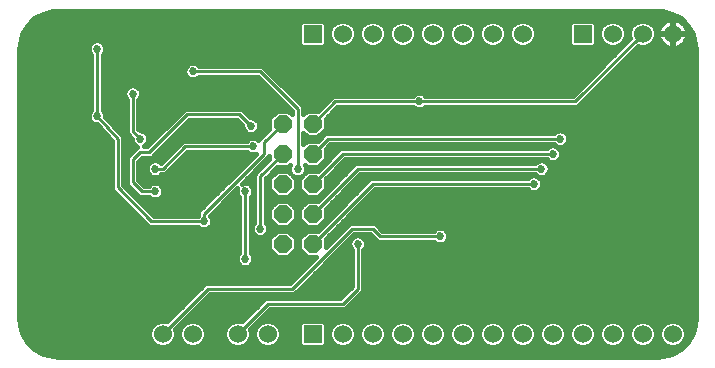
<source format=gbl>
G75*
G70*
%OFA0B0*%
%FSLAX24Y24*%
%IPPOS*%
%LPD*%
%AMOC8*
5,1,8,0,0,1.08239X$1,22.5*
%
%ADD10R,0.0600X0.0600*%
%ADD11C,0.0600*%
%ADD12OC8,0.0600*%
%ADD13C,0.0160*%
%ADD14C,0.0270*%
%ADD15C,0.0100*%
D10*
X010680Y001680D03*
X010680Y011680D03*
X019680Y011680D03*
D11*
X020680Y011680D03*
X021680Y011680D03*
X022680Y011680D03*
X017680Y011680D03*
X016680Y011680D03*
X015680Y011680D03*
X014680Y011680D03*
X013680Y011680D03*
X012680Y011680D03*
X011680Y011680D03*
X011680Y001680D03*
X012680Y001680D03*
X013680Y001680D03*
X014680Y001680D03*
X015680Y001680D03*
X016680Y001680D03*
X017680Y001680D03*
X018680Y001680D03*
X019680Y001680D03*
X020680Y001680D03*
X021680Y001680D03*
X022680Y001680D03*
X009180Y001680D03*
X008180Y001680D03*
X006680Y001680D03*
X005680Y001680D03*
D12*
X009680Y004680D03*
X010680Y004680D03*
X010680Y005680D03*
X009680Y005680D03*
X009680Y006680D03*
X010680Y006680D03*
X010680Y007680D03*
X009680Y007680D03*
X009680Y008680D03*
X010680Y008680D03*
D13*
X001694Y001007D02*
X001407Y001172D01*
X001172Y001407D01*
X001007Y001694D01*
X000921Y002014D01*
X000910Y002180D01*
X000910Y011180D01*
X000921Y011346D01*
X001007Y011666D01*
X001172Y011953D01*
X001407Y012188D01*
X001694Y012353D01*
X002014Y012439D01*
X002180Y012450D01*
X022180Y012450D01*
X022346Y012439D01*
X022666Y012353D01*
X022953Y012188D01*
X023188Y011953D01*
X023353Y011666D01*
X023439Y011346D01*
X023450Y011180D01*
X023450Y002180D01*
X023439Y002014D01*
X023353Y001694D01*
X023188Y001407D01*
X022953Y001172D01*
X022666Y001007D01*
X022346Y000921D01*
X022180Y000910D01*
X002180Y000910D01*
X002014Y000921D01*
X001694Y001007D01*
X001730Y000997D02*
X022630Y000997D01*
X022592Y001240D02*
X022768Y001240D01*
X022929Y001307D01*
X023053Y001431D01*
X023120Y001592D01*
X023120Y001768D01*
X023053Y001929D01*
X022929Y002053D01*
X022768Y002120D01*
X022592Y002120D01*
X022431Y002053D01*
X022307Y001929D01*
X022240Y001768D01*
X022240Y001592D01*
X022307Y001431D01*
X022431Y001307D01*
X022592Y001240D01*
X022424Y001314D02*
X021936Y001314D01*
X021929Y001307D02*
X022053Y001431D01*
X022120Y001592D01*
X022120Y001768D01*
X022053Y001929D01*
X021929Y002053D01*
X021768Y002120D01*
X021592Y002120D01*
X021431Y002053D01*
X021307Y001929D01*
X021240Y001768D01*
X021240Y001592D01*
X021307Y001431D01*
X021431Y001307D01*
X021592Y001240D01*
X021768Y001240D01*
X021929Y001307D01*
X022070Y001473D02*
X022290Y001473D01*
X022240Y001631D02*
X022120Y001631D01*
X022111Y001790D02*
X022249Y001790D01*
X022326Y001948D02*
X022034Y001948D01*
X021800Y002107D02*
X022560Y002107D01*
X022800Y002107D02*
X023445Y002107D01*
X023450Y002265D02*
X009034Y002265D01*
X009092Y002120D02*
X008931Y002053D01*
X008807Y001929D01*
X008740Y001768D01*
X008740Y001592D01*
X008807Y001431D01*
X008931Y001307D01*
X009092Y001240D01*
X009268Y001240D01*
X009429Y001307D01*
X009553Y001431D01*
X009620Y001592D01*
X009620Y001768D01*
X009553Y001929D01*
X009429Y002053D01*
X009268Y002120D01*
X009092Y002120D01*
X009060Y002107D02*
X008875Y002107D01*
X008826Y001948D02*
X008717Y001948D01*
X008749Y001790D02*
X008611Y001790D01*
X008620Y001768D02*
X008595Y001827D01*
X009259Y002490D01*
X011759Y002490D01*
X011870Y002601D01*
X012370Y003101D01*
X012370Y004481D01*
X012413Y004524D01*
X012455Y004625D01*
X012455Y004735D01*
X012413Y004836D01*
X012336Y004913D01*
X012235Y004955D01*
X012125Y004955D01*
X012024Y004913D01*
X011947Y004836D01*
X011905Y004735D01*
X011905Y004625D01*
X011947Y004524D01*
X011990Y004481D01*
X011990Y003259D01*
X011601Y002870D01*
X009101Y002870D01*
X008327Y002095D01*
X008268Y002120D01*
X008092Y002120D01*
X007931Y002053D01*
X007807Y001929D01*
X007740Y001768D01*
X007740Y001592D01*
X007807Y001431D01*
X007931Y001307D01*
X008092Y001240D01*
X008268Y001240D01*
X008429Y001307D01*
X008553Y001431D01*
X008620Y001592D01*
X008620Y001768D01*
X008620Y001631D02*
X008740Y001631D01*
X008790Y001473D02*
X008570Y001473D01*
X008436Y001314D02*
X008924Y001314D01*
X009436Y001314D02*
X010248Y001314D01*
X010240Y001322D02*
X010322Y001240D01*
X011038Y001240D01*
X011120Y001322D01*
X011120Y002038D01*
X011038Y002120D01*
X010322Y002120D01*
X010240Y002038D01*
X010240Y001322D01*
X010240Y001473D02*
X009570Y001473D01*
X009620Y001631D02*
X010240Y001631D01*
X010240Y001790D02*
X009611Y001790D01*
X009534Y001948D02*
X010240Y001948D01*
X010309Y002107D02*
X009300Y002107D01*
X009192Y002424D02*
X023450Y002424D01*
X023450Y002582D02*
X011851Y002582D01*
X012009Y002741D02*
X023450Y002741D01*
X023450Y002899D02*
X012168Y002899D01*
X012326Y003058D02*
X023450Y003058D01*
X023450Y003216D02*
X012370Y003216D01*
X012370Y003375D02*
X023450Y003375D01*
X023450Y003533D02*
X012370Y003533D01*
X012370Y003692D02*
X023450Y003692D01*
X023450Y003850D02*
X012370Y003850D01*
X011990Y003850D02*
X010931Y003850D01*
X010773Y003692D02*
X011990Y003692D01*
X011990Y003533D02*
X010614Y003533D01*
X010456Y003375D02*
X011990Y003375D01*
X011947Y003216D02*
X010297Y003216D01*
X010182Y003101D02*
X012071Y004990D01*
X012601Y004990D01*
X012851Y004740D01*
X014731Y004740D01*
X014774Y004697D01*
X014875Y004655D01*
X014985Y004655D01*
X015086Y004697D01*
X015163Y004774D01*
X015205Y004875D01*
X015205Y004985D01*
X015163Y005086D01*
X015086Y005163D01*
X014985Y005205D01*
X014875Y005205D01*
X014774Y005163D01*
X014731Y005120D01*
X013009Y005120D01*
X012870Y005259D01*
X012759Y005370D01*
X011914Y005370D01*
X011120Y004576D01*
X011120Y004851D01*
X012759Y006490D01*
X017856Y006490D01*
X017899Y006447D01*
X018000Y006405D01*
X018110Y006405D01*
X018211Y006447D01*
X018288Y006524D01*
X018330Y006625D01*
X018330Y006735D01*
X018288Y006836D01*
X018211Y006913D01*
X018110Y006955D01*
X018000Y006955D01*
X017899Y006913D01*
X017856Y006870D01*
X012601Y006870D01*
X010851Y005120D01*
X010498Y005120D01*
X010240Y004862D01*
X010240Y004498D01*
X010498Y004240D01*
X010784Y004240D01*
X009914Y003370D01*
X007101Y003370D01*
X006990Y003259D01*
X005827Y002095D01*
X005768Y002120D01*
X005592Y002120D01*
X005431Y002053D01*
X005307Y001929D01*
X005240Y001768D01*
X005240Y001592D01*
X005307Y001431D01*
X005431Y001307D01*
X005592Y001240D01*
X005768Y001240D01*
X005929Y001307D01*
X006053Y001431D01*
X006120Y001592D01*
X006120Y001768D01*
X006095Y001827D01*
X007259Y002990D01*
X010071Y002990D01*
X010182Y003101D01*
X010139Y003058D02*
X011789Y003058D01*
X011630Y002899D02*
X007168Y002899D01*
X007009Y002741D02*
X008972Y002741D01*
X008813Y002582D02*
X006851Y002582D01*
X006692Y002424D02*
X008655Y002424D01*
X008496Y002265D02*
X006534Y002265D01*
X006592Y002120D02*
X006431Y002053D01*
X006307Y001929D01*
X006240Y001768D01*
X006240Y001592D01*
X006307Y001431D01*
X006431Y001307D01*
X006592Y001240D01*
X006768Y001240D01*
X006929Y001307D01*
X007053Y001431D01*
X007120Y001592D01*
X007120Y001768D01*
X007053Y001929D01*
X006929Y002053D01*
X006768Y002120D01*
X006592Y002120D01*
X006560Y002107D02*
X006375Y002107D01*
X006326Y001948D02*
X006217Y001948D01*
X006249Y001790D02*
X006111Y001790D01*
X006120Y001631D02*
X006240Y001631D01*
X006290Y001473D02*
X006070Y001473D01*
X005936Y001314D02*
X006424Y001314D01*
X006936Y001314D02*
X007924Y001314D01*
X007790Y001473D02*
X007070Y001473D01*
X007120Y001631D02*
X007740Y001631D01*
X007749Y001790D02*
X007111Y001790D01*
X007034Y001948D02*
X007826Y001948D01*
X008060Y002107D02*
X006800Y002107D01*
X006155Y002424D02*
X000910Y002424D01*
X000910Y002582D02*
X006313Y002582D01*
X006472Y002741D02*
X000910Y002741D01*
X000910Y002899D02*
X006630Y002899D01*
X006789Y003058D02*
X000910Y003058D01*
X000910Y003216D02*
X006947Y003216D01*
X008197Y004024D02*
X008274Y003947D01*
X008375Y003905D01*
X008485Y003905D01*
X008586Y003947D01*
X008663Y004024D01*
X008705Y004125D01*
X008705Y004235D01*
X008663Y004336D01*
X008620Y004379D01*
X008620Y006231D01*
X008663Y006274D01*
X008705Y006375D01*
X008705Y006485D01*
X008663Y006586D01*
X008586Y006663D01*
X008485Y006705D01*
X008375Y006705D01*
X008330Y006686D01*
X009240Y007596D01*
X009240Y007509D01*
X008740Y007009D01*
X008740Y005379D01*
X008697Y005336D01*
X008655Y005235D01*
X008655Y005125D01*
X008697Y005024D01*
X008774Y004947D01*
X008875Y004905D01*
X008985Y004905D01*
X009086Y004947D01*
X009163Y005024D01*
X009205Y005125D01*
X009205Y005235D01*
X009163Y005336D01*
X009120Y005379D01*
X009120Y006851D01*
X009509Y007240D01*
X009862Y007240D01*
X009939Y007317D01*
X009905Y007235D01*
X009905Y007125D01*
X009939Y007043D01*
X009862Y007120D01*
X009498Y007120D01*
X009240Y006862D01*
X009240Y006498D01*
X009498Y006240D01*
X009862Y006240D01*
X010120Y006498D01*
X010120Y006862D01*
X010043Y006939D01*
X010125Y006905D01*
X010235Y006905D01*
X010317Y006939D01*
X010240Y006862D01*
X010240Y006498D01*
X010498Y006240D01*
X010862Y006240D01*
X011120Y006498D01*
X011120Y006851D01*
X011759Y007490D01*
X018481Y007490D01*
X018524Y007447D01*
X018625Y007405D01*
X018735Y007405D01*
X018836Y007447D01*
X018913Y007524D01*
X018955Y007625D01*
X018955Y007735D01*
X018913Y007836D01*
X018836Y007913D01*
X018735Y007955D01*
X018625Y007955D01*
X018524Y007913D01*
X018481Y007870D01*
X011601Y007870D01*
X010851Y007120D01*
X010498Y007120D01*
X010421Y007043D01*
X010455Y007125D01*
X010455Y007235D01*
X010421Y007317D01*
X010498Y007240D01*
X010862Y007240D01*
X011120Y007498D01*
X011120Y007851D01*
X011259Y007990D01*
X018731Y007990D01*
X018774Y007947D01*
X018875Y007905D01*
X018985Y007905D01*
X019086Y007947D01*
X019163Y008024D01*
X019205Y008125D01*
X019205Y008235D01*
X019163Y008336D01*
X019086Y008413D01*
X018985Y008455D01*
X018875Y008455D01*
X018774Y008413D01*
X018731Y008370D01*
X011101Y008370D01*
X010851Y008120D01*
X010498Y008120D01*
X010370Y007992D01*
X010370Y008368D01*
X010498Y008240D01*
X010862Y008240D01*
X011120Y008498D01*
X011120Y008851D01*
X011509Y009240D01*
X014044Y009240D01*
X014087Y009197D01*
X014188Y009155D01*
X014297Y009155D01*
X014398Y009197D01*
X014441Y009240D01*
X019509Y009240D01*
X021533Y011265D01*
X021592Y011240D01*
X021768Y011240D01*
X021929Y011307D01*
X022053Y011431D01*
X022120Y011592D01*
X022120Y011768D01*
X022053Y011929D01*
X021929Y012053D01*
X021768Y012120D01*
X021592Y012120D01*
X021431Y012053D01*
X021307Y011929D01*
X021240Y011768D01*
X021240Y011592D01*
X021265Y011533D01*
X019351Y009620D01*
X014441Y009620D01*
X014398Y009663D01*
X014297Y009705D01*
X014188Y009705D01*
X014087Y009663D01*
X014044Y009620D01*
X011351Y009620D01*
X010851Y009120D01*
X010498Y009120D01*
X010370Y008992D01*
X010370Y009259D01*
X010259Y009370D01*
X009009Y010620D01*
X006879Y010620D01*
X006836Y010663D01*
X006735Y010705D01*
X006625Y010705D01*
X006524Y010663D01*
X006447Y010586D01*
X006405Y010485D01*
X006405Y010375D01*
X006447Y010274D01*
X006524Y010197D01*
X006625Y010155D01*
X006735Y010155D01*
X006836Y010197D01*
X006879Y010240D01*
X008851Y010240D01*
X009990Y009101D01*
X009990Y008992D01*
X009862Y009120D01*
X009498Y009120D01*
X009240Y008862D01*
X009240Y008509D01*
X008865Y008134D01*
X008836Y008163D01*
X008735Y008205D01*
X008625Y008205D01*
X008524Y008163D01*
X008481Y008120D01*
X006351Y008120D01*
X005615Y007384D01*
X005586Y007413D01*
X005485Y007455D01*
X005375Y007455D01*
X005274Y007413D01*
X005197Y007336D01*
X005155Y007235D01*
X005155Y007125D01*
X005197Y007024D01*
X005274Y006947D01*
X005375Y006905D01*
X005485Y006905D01*
X005586Y006947D01*
X005629Y006990D01*
X005759Y006990D01*
X005870Y007101D01*
X006509Y007740D01*
X008481Y007740D01*
X008524Y007697D01*
X008625Y007655D01*
X008735Y007655D01*
X008780Y007674D01*
X006976Y005870D01*
X006865Y005759D01*
X006865Y005629D01*
X006856Y005620D01*
X005384Y005620D01*
X004370Y006634D01*
X004370Y008176D01*
X004373Y008250D01*
X004370Y008254D01*
X004370Y008259D01*
X004317Y008311D01*
X003767Y008911D01*
X003767Y008985D01*
X003726Y009086D01*
X003682Y009129D01*
X003682Y010981D01*
X003726Y011024D01*
X003767Y011125D01*
X003767Y011235D01*
X003726Y011336D01*
X003648Y011413D01*
X003547Y011455D01*
X003438Y011455D01*
X003337Y011413D01*
X003259Y011336D01*
X003218Y011235D01*
X003218Y011125D01*
X003259Y011024D01*
X003303Y010981D01*
X003303Y009129D01*
X003259Y009086D01*
X003218Y008985D01*
X003218Y008875D01*
X003259Y008774D01*
X003337Y008697D01*
X003438Y008655D01*
X003487Y008655D01*
X003990Y008106D01*
X003990Y006476D01*
X005226Y005240D01*
X006856Y005240D01*
X006899Y005197D01*
X007000Y005155D01*
X007110Y005155D01*
X007211Y005197D01*
X007288Y005274D01*
X007330Y005375D01*
X007330Y005485D01*
X007288Y005586D01*
X007259Y005615D01*
X008174Y006530D01*
X008155Y006485D01*
X008155Y006375D01*
X008197Y006274D01*
X008240Y006231D01*
X008240Y004379D01*
X008197Y004336D01*
X008155Y004235D01*
X008155Y004125D01*
X008197Y004024D01*
X008213Y004009D02*
X000910Y004009D01*
X000910Y004167D02*
X008155Y004167D01*
X008193Y004326D02*
X000910Y004326D01*
X000910Y004484D02*
X008240Y004484D01*
X008240Y004643D02*
X000910Y004643D01*
X000910Y004801D02*
X008240Y004801D01*
X008240Y004960D02*
X000910Y004960D01*
X000910Y005118D02*
X008240Y005118D01*
X008240Y005277D02*
X007289Y005277D01*
X007330Y005435D02*
X008240Y005435D01*
X008240Y005594D02*
X007280Y005594D01*
X007396Y005752D02*
X008240Y005752D01*
X008240Y005911D02*
X007554Y005911D01*
X007713Y006069D02*
X008240Y006069D01*
X008240Y006228D02*
X007871Y006228D01*
X008030Y006386D02*
X008155Y006386D01*
X008620Y006228D02*
X008740Y006228D01*
X008740Y006386D02*
X008705Y006386D01*
X008680Y006545D02*
X008740Y006545D01*
X008740Y006703D02*
X008490Y006703D01*
X008370Y006703D02*
X008347Y006703D01*
X008505Y006862D02*
X008740Y006862D01*
X008751Y007020D02*
X008664Y007020D01*
X008822Y007179D02*
X008910Y007179D01*
X008981Y007337D02*
X009068Y007337D01*
X009447Y007179D02*
X009905Y007179D01*
X010120Y006862D02*
X010240Y006862D01*
X010240Y006703D02*
X010120Y006703D01*
X010120Y006545D02*
X010240Y006545D01*
X010352Y006386D02*
X010008Y006386D01*
X009862Y006120D02*
X009498Y006120D01*
X009240Y005862D01*
X009240Y005498D01*
X009498Y005240D01*
X009862Y005240D01*
X010120Y005498D01*
X010120Y005862D01*
X009862Y006120D01*
X009913Y006069D02*
X010447Y006069D01*
X010498Y006120D02*
X010240Y005862D01*
X010240Y005498D01*
X010498Y005240D01*
X010862Y005240D01*
X011120Y005498D01*
X011120Y005851D01*
X012259Y006990D01*
X018106Y006990D01*
X018149Y006947D01*
X018250Y006905D01*
X018360Y006905D01*
X018461Y006947D01*
X018538Y007024D01*
X018580Y007125D01*
X018580Y007235D01*
X018538Y007336D01*
X018461Y007413D01*
X018360Y007455D01*
X018250Y007455D01*
X018149Y007413D01*
X018106Y007370D01*
X012101Y007370D01*
X010851Y006120D01*
X010498Y006120D01*
X010288Y005911D02*
X010072Y005911D01*
X010120Y005752D02*
X010240Y005752D01*
X010240Y005594D02*
X010120Y005594D01*
X010057Y005435D02*
X010303Y005435D01*
X010461Y005277D02*
X009899Y005277D01*
X009862Y005120D02*
X009498Y005120D01*
X009240Y004862D01*
X009240Y004498D01*
X009498Y004240D01*
X009862Y004240D01*
X010120Y004498D01*
X010120Y004862D01*
X009862Y005120D01*
X009864Y005118D02*
X010496Y005118D01*
X010337Y004960D02*
X010023Y004960D01*
X010120Y004801D02*
X010240Y004801D01*
X010240Y004643D02*
X010120Y004643D01*
X010106Y004484D02*
X010254Y004484D01*
X010412Y004326D02*
X009948Y004326D01*
X009412Y004326D02*
X008667Y004326D01*
X008705Y004167D02*
X010711Y004167D01*
X010552Y004009D02*
X008647Y004009D01*
X008620Y004484D02*
X009254Y004484D01*
X009240Y004643D02*
X008620Y004643D01*
X008620Y004801D02*
X009240Y004801D01*
X009337Y004960D02*
X009098Y004960D01*
X009202Y005118D02*
X009496Y005118D01*
X009461Y005277D02*
X009188Y005277D01*
X009120Y005435D02*
X009303Y005435D01*
X009240Y005594D02*
X009120Y005594D01*
X009120Y005752D02*
X009240Y005752D01*
X009288Y005911D02*
X009120Y005911D01*
X009120Y006069D02*
X009447Y006069D01*
X009120Y006228D02*
X010959Y006228D01*
X011008Y006386D02*
X011117Y006386D01*
X011120Y006545D02*
X011276Y006545D01*
X011655Y006386D02*
X012117Y006386D01*
X011959Y006228D02*
X011496Y006228D01*
X011338Y006069D02*
X011800Y006069D01*
X011642Y005911D02*
X011179Y005911D01*
X011120Y005752D02*
X011483Y005752D01*
X011325Y005594D02*
X011120Y005594D01*
X011166Y005435D02*
X011057Y005435D01*
X011008Y005277D02*
X010899Y005277D01*
X011228Y004960D02*
X011503Y004960D01*
X011387Y005118D02*
X011662Y005118D01*
X011545Y005277D02*
X011820Y005277D01*
X011704Y005435D02*
X023450Y005435D01*
X023450Y005277D02*
X012852Y005277D01*
X012632Y004960D02*
X012041Y004960D01*
X011932Y004801D02*
X011882Y004801D01*
X011905Y004643D02*
X011724Y004643D01*
X011565Y004484D02*
X011987Y004484D01*
X011990Y004326D02*
X011407Y004326D01*
X011248Y004167D02*
X011990Y004167D01*
X011990Y004009D02*
X011090Y004009D01*
X010394Y003850D02*
X000910Y003850D01*
X000910Y003692D02*
X010235Y003692D01*
X010077Y003533D02*
X000910Y003533D01*
X000910Y003375D02*
X009918Y003375D01*
X011120Y004643D02*
X011186Y004643D01*
X011120Y004801D02*
X011345Y004801D01*
X012373Y004484D02*
X023450Y004484D01*
X023450Y004326D02*
X012370Y004326D01*
X012370Y004167D02*
X023450Y004167D01*
X023450Y004009D02*
X012370Y004009D01*
X012455Y004643D02*
X023450Y004643D01*
X023450Y004801D02*
X015174Y004801D01*
X015205Y004960D02*
X023450Y004960D01*
X023450Y005118D02*
X015131Y005118D01*
X012790Y004801D02*
X012428Y004801D01*
X011862Y005594D02*
X023450Y005594D01*
X023450Y005752D02*
X012021Y005752D01*
X012179Y005911D02*
X023450Y005911D01*
X023450Y006069D02*
X012338Y006069D01*
X012496Y006228D02*
X023450Y006228D01*
X023450Y006386D02*
X012655Y006386D01*
X012276Y006545D02*
X011813Y006545D01*
X011972Y006703D02*
X012434Y006703D01*
X012593Y006862D02*
X012130Y006862D01*
X011751Y007020D02*
X011289Y007020D01*
X011447Y007179D02*
X011910Y007179D01*
X012068Y007337D02*
X011606Y007337D01*
X011227Y007496D02*
X011118Y007496D01*
X011120Y007654D02*
X011385Y007654D01*
X011544Y007813D02*
X011120Y007813D01*
X011240Y007971D02*
X018750Y007971D01*
X018923Y007813D02*
X023450Y007813D01*
X023450Y007971D02*
X019110Y007971D01*
X019205Y008130D02*
X023450Y008130D01*
X023450Y008288D02*
X019183Y008288D01*
X019005Y008447D02*
X023450Y008447D01*
X023450Y008605D02*
X011120Y008605D01*
X011120Y008764D02*
X023450Y008764D01*
X023450Y008922D02*
X011191Y008922D01*
X011349Y009081D02*
X023450Y009081D01*
X023450Y009239D02*
X014440Y009239D01*
X014045Y009239D02*
X011508Y009239D01*
X011287Y009556D02*
X010073Y009556D01*
X010231Y009398D02*
X011129Y009398D01*
X010970Y009239D02*
X010370Y009239D01*
X010370Y009081D02*
X010458Y009081D01*
X009990Y009081D02*
X009902Y009081D01*
X009852Y009239D02*
X004870Y009239D01*
X004870Y009398D02*
X009694Y009398D01*
X009535Y009556D02*
X004926Y009556D01*
X004913Y009524D02*
X004955Y009625D01*
X004955Y009735D01*
X004913Y009836D01*
X004836Y009913D01*
X004735Y009955D01*
X004625Y009955D01*
X004524Y009913D01*
X004447Y009836D01*
X004405Y009735D01*
X004405Y009625D01*
X004447Y009524D01*
X004490Y009481D01*
X004490Y008351D01*
X004655Y008186D01*
X004655Y008125D01*
X004697Y008024D01*
X004774Y007947D01*
X004839Y007920D01*
X004601Y007682D01*
X004490Y007571D01*
X004490Y006651D01*
X004601Y006540D01*
X004601Y006540D01*
X004790Y006351D01*
X004901Y006240D01*
X005231Y006240D01*
X005274Y006197D01*
X005375Y006155D01*
X005485Y006155D01*
X005586Y006197D01*
X005663Y006274D01*
X005705Y006375D01*
X005705Y006485D01*
X005663Y006586D01*
X005586Y006663D01*
X005485Y006705D01*
X005375Y006705D01*
X005274Y006663D01*
X005231Y006620D01*
X005059Y006620D01*
X004870Y006809D01*
X004870Y007414D01*
X005009Y007553D01*
X005321Y007553D01*
X005432Y007664D01*
X006571Y008803D01*
X008164Y008803D01*
X008343Y008624D01*
X008343Y008563D01*
X008384Y008462D01*
X008462Y008384D01*
X008563Y008343D01*
X008672Y008343D01*
X008773Y008384D01*
X008851Y008462D01*
X008892Y008563D01*
X008892Y008672D01*
X008851Y008773D01*
X008773Y008851D01*
X008672Y008892D01*
X008611Y008892D01*
X008321Y009182D01*
X006414Y009182D01*
X005164Y007932D01*
X005051Y007932D01*
X005086Y007947D01*
X005163Y008024D01*
X005205Y008125D01*
X005205Y008235D01*
X005163Y008336D01*
X005086Y008413D01*
X004985Y008455D01*
X004924Y008455D01*
X004870Y008509D01*
X004870Y009481D01*
X004913Y009524D01*
X004955Y009715D02*
X009377Y009715D01*
X009218Y009873D02*
X004876Y009873D01*
X004484Y009873D02*
X003682Y009873D01*
X003682Y009715D02*
X004405Y009715D01*
X004434Y009556D02*
X003682Y009556D01*
X003682Y009398D02*
X004490Y009398D01*
X004490Y009239D02*
X003682Y009239D01*
X003728Y009081D02*
X004490Y009081D01*
X004490Y008922D02*
X003767Y008922D01*
X003903Y008764D02*
X004490Y008764D01*
X004490Y008605D02*
X004048Y008605D01*
X004193Y008447D02*
X004490Y008447D01*
X004553Y008288D02*
X004341Y008288D01*
X004370Y008130D02*
X004655Y008130D01*
X004750Y007971D02*
X004370Y007971D01*
X004370Y007813D02*
X004731Y007813D01*
X004573Y007654D02*
X004370Y007654D01*
X004370Y007496D02*
X004490Y007496D01*
X004490Y007337D02*
X004370Y007337D01*
X004370Y007179D02*
X004490Y007179D01*
X004490Y007020D02*
X004370Y007020D01*
X004370Y006862D02*
X004490Y006862D01*
X004490Y006703D02*
X004370Y006703D01*
X003990Y006703D02*
X000910Y006703D01*
X000910Y006862D02*
X003990Y006862D01*
X003990Y007020D02*
X000910Y007020D01*
X000910Y007179D02*
X003990Y007179D01*
X003990Y007337D02*
X000910Y007337D01*
X000910Y007496D02*
X003990Y007496D01*
X003990Y007654D02*
X000910Y007654D01*
X000910Y007813D02*
X003990Y007813D01*
X003990Y007971D02*
X000910Y007971D01*
X000910Y008130D02*
X003969Y008130D01*
X003823Y008288D02*
X000910Y008288D01*
X000910Y008447D02*
X003678Y008447D01*
X003533Y008605D02*
X000910Y008605D01*
X000910Y008764D02*
X003270Y008764D01*
X003218Y008922D02*
X000910Y008922D01*
X000910Y009081D02*
X003257Y009081D01*
X003303Y009239D02*
X000910Y009239D01*
X000910Y009398D02*
X003303Y009398D01*
X003303Y009556D02*
X000910Y009556D01*
X000910Y009715D02*
X003303Y009715D01*
X003303Y009873D02*
X000910Y009873D01*
X000910Y010032D02*
X003303Y010032D01*
X003303Y010190D02*
X000910Y010190D01*
X000910Y010349D02*
X003303Y010349D01*
X003303Y010507D02*
X000910Y010507D01*
X000910Y010666D02*
X003303Y010666D01*
X003303Y010824D02*
X000910Y010824D01*
X000910Y010983D02*
X003301Y010983D01*
X003218Y011141D02*
X000910Y011141D01*
X000918Y011300D02*
X003244Y011300D01*
X003741Y011300D02*
X010262Y011300D01*
X010240Y011322D02*
X010322Y011240D01*
X011038Y011240D01*
X011120Y011322D01*
X011120Y012038D01*
X011038Y012120D01*
X010322Y012120D01*
X010240Y012038D01*
X010240Y011322D01*
X010240Y011458D02*
X000951Y011458D01*
X000993Y011617D02*
X010240Y011617D01*
X010240Y011775D02*
X001070Y011775D01*
X001161Y011934D02*
X010240Y011934D01*
X010294Y012092D02*
X001311Y012092D01*
X001516Y012251D02*
X022844Y012251D01*
X022792Y012148D02*
X022718Y012160D01*
X022700Y012160D01*
X022700Y011700D01*
X022660Y011700D01*
X022660Y012160D01*
X022642Y012160D01*
X022568Y012148D01*
X022496Y012125D01*
X022428Y012091D01*
X022367Y012046D01*
X022314Y011993D01*
X022269Y011932D01*
X022235Y011864D01*
X022212Y011792D01*
X022200Y011718D01*
X022200Y011700D01*
X022660Y011700D01*
X022660Y011660D01*
X022200Y011660D01*
X022200Y011642D01*
X022212Y011568D01*
X022235Y011496D01*
X022269Y011428D01*
X022314Y011367D01*
X022367Y011314D01*
X022428Y011269D01*
X022496Y011235D01*
X022568Y011212D01*
X022642Y011200D01*
X022660Y011200D01*
X022660Y011660D01*
X022700Y011660D01*
X022700Y011700D01*
X023160Y011700D01*
X023160Y011718D01*
X023148Y011792D01*
X023125Y011864D01*
X023091Y011932D01*
X023046Y011993D01*
X022993Y012046D01*
X022932Y012091D01*
X022864Y012125D01*
X022792Y012148D01*
X022700Y012092D02*
X022660Y012092D01*
X022660Y011934D02*
X022700Y011934D01*
X022700Y011775D02*
X022660Y011775D01*
X022700Y011660D02*
X023160Y011660D01*
X023160Y011642D01*
X023148Y011568D01*
X023125Y011496D01*
X023091Y011428D01*
X023046Y011367D01*
X022993Y011314D01*
X022932Y011269D01*
X022864Y011235D01*
X022792Y011212D01*
X022718Y011200D01*
X022700Y011200D01*
X022700Y011660D01*
X022700Y011617D02*
X022660Y011617D01*
X022660Y011458D02*
X022700Y011458D01*
X022700Y011300D02*
X022660Y011300D01*
X022973Y011300D02*
X023442Y011300D01*
X023450Y011141D02*
X021410Y011141D01*
X021251Y010983D02*
X023450Y010983D01*
X023450Y010824D02*
X021093Y010824D01*
X020714Y010983D02*
X003684Y010983D01*
X003682Y010824D02*
X020555Y010824D01*
X020397Y010666D02*
X006830Y010666D01*
X006530Y010666D02*
X003682Y010666D01*
X003682Y010507D02*
X006414Y010507D01*
X006416Y010349D02*
X003682Y010349D01*
X003682Y010190D02*
X006541Y010190D01*
X006819Y010190D02*
X008901Y010190D01*
X009060Y010032D02*
X003682Y010032D01*
X003767Y011141D02*
X020872Y011141D01*
X020768Y011240D02*
X020592Y011240D01*
X020431Y011307D01*
X020307Y011431D01*
X020240Y011592D01*
X020240Y011768D01*
X020307Y011929D01*
X020431Y012053D01*
X020592Y012120D01*
X020768Y012120D01*
X020929Y012053D01*
X021053Y011929D01*
X021120Y011768D01*
X021120Y011592D01*
X021053Y011431D01*
X020929Y011307D01*
X020768Y011240D01*
X020911Y011300D02*
X021031Y011300D01*
X021064Y011458D02*
X021189Y011458D01*
X021240Y011617D02*
X021120Y011617D01*
X021117Y011775D02*
X021243Y011775D01*
X021311Y011934D02*
X021049Y011934D01*
X020835Y012092D02*
X021525Y012092D01*
X021835Y012092D02*
X022431Y012092D01*
X022271Y011934D02*
X022049Y011934D01*
X022117Y011775D02*
X022209Y011775D01*
X022204Y011617D02*
X022120Y011617D01*
X022064Y011458D02*
X022254Y011458D01*
X022387Y011300D02*
X021911Y011300D01*
X020934Y010666D02*
X023450Y010666D01*
X023450Y010507D02*
X020776Y010507D01*
X020617Y010349D02*
X023450Y010349D01*
X023450Y010190D02*
X020459Y010190D01*
X020300Y010032D02*
X023450Y010032D01*
X023450Y009873D02*
X020142Y009873D01*
X019983Y009715D02*
X023450Y009715D01*
X023450Y009556D02*
X019825Y009556D01*
X019666Y009398D02*
X023450Y009398D01*
X023450Y007654D02*
X018955Y007654D01*
X018884Y007496D02*
X023450Y007496D01*
X023450Y007337D02*
X018537Y007337D01*
X018580Y007179D02*
X023450Y007179D01*
X023450Y007020D02*
X018534Y007020D01*
X018262Y006862D02*
X023450Y006862D01*
X023450Y006703D02*
X018330Y006703D01*
X018297Y006545D02*
X023450Y006545D01*
X018855Y008447D02*
X011069Y008447D01*
X011019Y008288D02*
X010910Y008288D01*
X010861Y008130D02*
X010370Y008130D01*
X010370Y008288D02*
X010450Y008288D01*
X009300Y008922D02*
X008582Y008922D01*
X008423Y009081D02*
X009458Y009081D01*
X009240Y008764D02*
X008855Y008764D01*
X008892Y008605D02*
X009240Y008605D01*
X009178Y008447D02*
X008835Y008447D01*
X009019Y008288D02*
X006057Y008288D01*
X006215Y008447D02*
X008400Y008447D01*
X008343Y008605D02*
X006374Y008605D01*
X006532Y008764D02*
X008203Y008764D01*
X008491Y008130D02*
X005898Y008130D01*
X005740Y007971D02*
X006202Y007971D01*
X006044Y007813D02*
X005581Y007813D01*
X005423Y007654D02*
X005885Y007654D01*
X005727Y007496D02*
X004952Y007496D01*
X004870Y007337D02*
X005198Y007337D01*
X005155Y007179D02*
X004870Y007179D01*
X004870Y007020D02*
X005201Y007020D01*
X005370Y006703D02*
X004976Y006703D01*
X004870Y006862D02*
X007968Y006862D01*
X008126Y007020D02*
X005789Y007020D01*
X005947Y007179D02*
X008285Y007179D01*
X008443Y007337D02*
X006106Y007337D01*
X006264Y007496D02*
X008602Y007496D01*
X008760Y007654D02*
X006423Y007654D01*
X005361Y008130D02*
X005205Y008130D01*
X005202Y007971D02*
X005110Y007971D01*
X005183Y008288D02*
X005519Y008288D01*
X005678Y008447D02*
X005005Y008447D01*
X004870Y008605D02*
X005836Y008605D01*
X005995Y008764D02*
X004870Y008764D01*
X004870Y008922D02*
X006153Y008922D01*
X006312Y009081D02*
X004870Y009081D01*
X005490Y006703D02*
X007809Y006703D01*
X007651Y006545D02*
X005680Y006545D01*
X005705Y006386D02*
X007492Y006386D01*
X007334Y006228D02*
X005616Y006228D01*
X005244Y006228D02*
X004776Y006228D01*
X004790Y006351D02*
X004790Y006351D01*
X004755Y006386D02*
X004618Y006386D01*
X004597Y006545D02*
X004459Y006545D01*
X004239Y006228D02*
X000910Y006228D01*
X000910Y006386D02*
X004080Y006386D01*
X003990Y006545D02*
X000910Y006545D01*
X000910Y006069D02*
X004397Y006069D01*
X004556Y005911D02*
X000910Y005911D01*
X000910Y005752D02*
X004714Y005752D01*
X005093Y005911D02*
X007017Y005911D01*
X006865Y005752D02*
X005252Y005752D01*
X004873Y005594D02*
X000910Y005594D01*
X000910Y005435D02*
X005031Y005435D01*
X005190Y005277D02*
X000910Y005277D01*
X004935Y006069D02*
X007175Y006069D01*
X008620Y006069D02*
X008740Y006069D01*
X008740Y005911D02*
X008620Y005911D01*
X008620Y005752D02*
X008740Y005752D01*
X008740Y005594D02*
X008620Y005594D01*
X008620Y005435D02*
X008740Y005435D01*
X008672Y005277D02*
X008620Y005277D01*
X008620Y005118D02*
X008658Y005118D01*
X008620Y004960D02*
X008762Y004960D01*
X009120Y006386D02*
X009352Y006386D01*
X009240Y006545D02*
X009120Y006545D01*
X009120Y006703D02*
X009240Y006703D01*
X009240Y006862D02*
X009130Y006862D01*
X009289Y007020D02*
X009398Y007020D01*
X009227Y007496D02*
X009139Y007496D01*
X010455Y007179D02*
X010910Y007179D01*
X010959Y007337D02*
X011068Y007337D01*
X011130Y006862D02*
X011593Y006862D01*
X011434Y006703D02*
X011120Y006703D01*
X009914Y009715D02*
X019446Y009715D01*
X019604Y009873D02*
X009756Y009873D01*
X009597Y010032D02*
X019763Y010032D01*
X019921Y010190D02*
X009439Y010190D01*
X009280Y010349D02*
X020080Y010349D01*
X020238Y010507D02*
X009122Y010507D01*
X011098Y011300D02*
X011449Y011300D01*
X011431Y011307D02*
X011592Y011240D01*
X011768Y011240D01*
X011929Y011307D01*
X012053Y011431D01*
X012120Y011592D01*
X012120Y011768D01*
X012053Y011929D01*
X011929Y012053D01*
X011768Y012120D01*
X011592Y012120D01*
X011431Y012053D01*
X011307Y011929D01*
X011240Y011768D01*
X011240Y011592D01*
X011307Y011431D01*
X011431Y011307D01*
X011296Y011458D02*
X011120Y011458D01*
X011120Y011617D02*
X011240Y011617D01*
X011243Y011775D02*
X011120Y011775D01*
X011120Y011934D02*
X011311Y011934D01*
X011525Y012092D02*
X011066Y012092D01*
X011835Y012092D02*
X012525Y012092D01*
X012592Y012120D02*
X012431Y012053D01*
X012307Y011929D01*
X012240Y011768D01*
X012240Y011592D01*
X012307Y011431D01*
X012431Y011307D01*
X012592Y011240D01*
X012768Y011240D01*
X012929Y011307D01*
X013053Y011431D01*
X013120Y011592D01*
X013120Y011768D01*
X013053Y011929D01*
X012929Y012053D01*
X012768Y012120D01*
X012592Y012120D01*
X012835Y012092D02*
X013525Y012092D01*
X013592Y012120D02*
X013431Y012053D01*
X013307Y011929D01*
X013240Y011768D01*
X013240Y011592D01*
X013307Y011431D01*
X013431Y011307D01*
X013592Y011240D01*
X013768Y011240D01*
X013929Y011307D01*
X014053Y011431D01*
X014120Y011592D01*
X014120Y011768D01*
X014053Y011929D01*
X013929Y012053D01*
X013768Y012120D01*
X013592Y012120D01*
X013835Y012092D02*
X014525Y012092D01*
X014592Y012120D02*
X014431Y012053D01*
X014307Y011929D01*
X014240Y011768D01*
X014240Y011592D01*
X014307Y011431D01*
X014431Y011307D01*
X014592Y011240D01*
X014768Y011240D01*
X014929Y011307D01*
X015053Y011431D01*
X015120Y011592D01*
X015120Y011768D01*
X015053Y011929D01*
X014929Y012053D01*
X014768Y012120D01*
X014592Y012120D01*
X014835Y012092D02*
X015525Y012092D01*
X015592Y012120D02*
X015431Y012053D01*
X015307Y011929D01*
X015240Y011768D01*
X015240Y011592D01*
X015307Y011431D01*
X015431Y011307D01*
X015592Y011240D01*
X015768Y011240D01*
X015929Y011307D01*
X016053Y011431D01*
X016120Y011592D01*
X016120Y011768D01*
X016053Y011929D01*
X015929Y012053D01*
X015768Y012120D01*
X015592Y012120D01*
X015835Y012092D02*
X016525Y012092D01*
X016592Y012120D02*
X016431Y012053D01*
X016307Y011929D01*
X016240Y011768D01*
X016240Y011592D01*
X016307Y011431D01*
X016431Y011307D01*
X016592Y011240D01*
X016768Y011240D01*
X016929Y011307D01*
X017053Y011431D01*
X017120Y011592D01*
X017120Y011768D01*
X017053Y011929D01*
X016929Y012053D01*
X016768Y012120D01*
X016592Y012120D01*
X016835Y012092D02*
X017525Y012092D01*
X017592Y012120D02*
X017431Y012053D01*
X017307Y011929D01*
X017240Y011768D01*
X017240Y011592D01*
X017307Y011431D01*
X017431Y011307D01*
X017592Y011240D01*
X017768Y011240D01*
X017929Y011307D01*
X018053Y011431D01*
X018120Y011592D01*
X018120Y011768D01*
X018053Y011929D01*
X017929Y012053D01*
X017768Y012120D01*
X017592Y012120D01*
X017835Y012092D02*
X019294Y012092D01*
X019322Y012120D02*
X019240Y012038D01*
X019240Y011322D01*
X019322Y011240D01*
X020038Y011240D01*
X020120Y011322D01*
X020120Y012038D01*
X020038Y012120D01*
X019322Y012120D01*
X019240Y011934D02*
X018049Y011934D01*
X018117Y011775D02*
X019240Y011775D01*
X019240Y011617D02*
X018120Y011617D01*
X018064Y011458D02*
X019240Y011458D01*
X019262Y011300D02*
X017911Y011300D01*
X017449Y011300D02*
X016911Y011300D01*
X017064Y011458D02*
X017296Y011458D01*
X017240Y011617D02*
X017120Y011617D01*
X017117Y011775D02*
X017243Y011775D01*
X017311Y011934D02*
X017049Y011934D01*
X016311Y011934D02*
X016049Y011934D01*
X016117Y011775D02*
X016243Y011775D01*
X016240Y011617D02*
X016120Y011617D01*
X016064Y011458D02*
X016296Y011458D01*
X016449Y011300D02*
X015911Y011300D01*
X015449Y011300D02*
X014911Y011300D01*
X015064Y011458D02*
X015296Y011458D01*
X015240Y011617D02*
X015120Y011617D01*
X015117Y011775D02*
X015243Y011775D01*
X015311Y011934D02*
X015049Y011934D01*
X014311Y011934D02*
X014049Y011934D01*
X014117Y011775D02*
X014243Y011775D01*
X014240Y011617D02*
X014120Y011617D01*
X014064Y011458D02*
X014296Y011458D01*
X014449Y011300D02*
X013911Y011300D01*
X013449Y011300D02*
X012911Y011300D01*
X013064Y011458D02*
X013296Y011458D01*
X013240Y011617D02*
X013120Y011617D01*
X013117Y011775D02*
X013243Y011775D01*
X013311Y011934D02*
X013049Y011934D01*
X012311Y011934D02*
X012049Y011934D01*
X012117Y011775D02*
X012243Y011775D01*
X012240Y011617D02*
X012120Y011617D01*
X012064Y011458D02*
X012296Y011458D01*
X012449Y011300D02*
X011911Y011300D01*
X020098Y011300D02*
X020449Y011300D01*
X020296Y011458D02*
X020120Y011458D01*
X020120Y011617D02*
X020240Y011617D01*
X020243Y011775D02*
X020120Y011775D01*
X020120Y011934D02*
X020311Y011934D01*
X020525Y012092D02*
X020066Y012092D01*
X022346Y012439D02*
X022346Y012439D01*
X022458Y012409D02*
X001902Y012409D01*
X000910Y002265D02*
X005996Y002265D01*
X005838Y002107D02*
X005800Y002107D01*
X005560Y002107D02*
X000915Y002107D01*
X000939Y001948D02*
X005326Y001948D01*
X005249Y001790D02*
X000981Y001790D01*
X001043Y001631D02*
X005240Y001631D01*
X005290Y001473D02*
X001135Y001473D01*
X001265Y001314D02*
X005424Y001314D01*
X008300Y002107D02*
X008338Y002107D01*
X011051Y002107D02*
X011560Y002107D01*
X011592Y002120D02*
X011431Y002053D01*
X011307Y001929D01*
X011240Y001768D01*
X011240Y001592D01*
X011307Y001431D01*
X011431Y001307D01*
X011592Y001240D01*
X011768Y001240D01*
X011929Y001307D01*
X012053Y001431D01*
X012120Y001592D01*
X012120Y001768D01*
X012053Y001929D01*
X011929Y002053D01*
X011768Y002120D01*
X011592Y002120D01*
X011800Y002107D02*
X012560Y002107D01*
X012592Y002120D02*
X012431Y002053D01*
X012307Y001929D01*
X012240Y001768D01*
X012240Y001592D01*
X012307Y001431D01*
X012431Y001307D01*
X012592Y001240D01*
X012768Y001240D01*
X012929Y001307D01*
X013053Y001431D01*
X013120Y001592D01*
X013120Y001768D01*
X013053Y001929D01*
X012929Y002053D01*
X012768Y002120D01*
X012592Y002120D01*
X012800Y002107D02*
X013560Y002107D01*
X013592Y002120D02*
X013431Y002053D01*
X013307Y001929D01*
X013240Y001768D01*
X013240Y001592D01*
X013307Y001431D01*
X013431Y001307D01*
X013592Y001240D01*
X013768Y001240D01*
X013929Y001307D01*
X014053Y001431D01*
X014120Y001592D01*
X014120Y001768D01*
X014053Y001929D01*
X013929Y002053D01*
X013768Y002120D01*
X013592Y002120D01*
X013800Y002107D02*
X014560Y002107D01*
X014592Y002120D02*
X014431Y002053D01*
X014307Y001929D01*
X014240Y001768D01*
X014240Y001592D01*
X014307Y001431D01*
X014431Y001307D01*
X014592Y001240D01*
X014768Y001240D01*
X014929Y001307D01*
X015053Y001431D01*
X015120Y001592D01*
X015120Y001768D01*
X015053Y001929D01*
X014929Y002053D01*
X014768Y002120D01*
X014592Y002120D01*
X014800Y002107D02*
X015560Y002107D01*
X015592Y002120D02*
X015431Y002053D01*
X015307Y001929D01*
X015240Y001768D01*
X015240Y001592D01*
X015307Y001431D01*
X015431Y001307D01*
X015592Y001240D01*
X015768Y001240D01*
X015929Y001307D01*
X016053Y001431D01*
X016120Y001592D01*
X016120Y001768D01*
X016053Y001929D01*
X015929Y002053D01*
X015768Y002120D01*
X015592Y002120D01*
X015800Y002107D02*
X016560Y002107D01*
X016592Y002120D02*
X016431Y002053D01*
X016307Y001929D01*
X016240Y001768D01*
X016240Y001592D01*
X016307Y001431D01*
X016431Y001307D01*
X016592Y001240D01*
X016768Y001240D01*
X016929Y001307D01*
X017053Y001431D01*
X017120Y001592D01*
X017120Y001768D01*
X017053Y001929D01*
X016929Y002053D01*
X016768Y002120D01*
X016592Y002120D01*
X016800Y002107D02*
X017560Y002107D01*
X017592Y002120D02*
X017431Y002053D01*
X017307Y001929D01*
X017240Y001768D01*
X017240Y001592D01*
X017307Y001431D01*
X017431Y001307D01*
X017592Y001240D01*
X017768Y001240D01*
X017929Y001307D01*
X018053Y001431D01*
X018120Y001592D01*
X018120Y001768D01*
X018053Y001929D01*
X017929Y002053D01*
X017768Y002120D01*
X017592Y002120D01*
X017800Y002107D02*
X018560Y002107D01*
X018592Y002120D02*
X018431Y002053D01*
X018307Y001929D01*
X018240Y001768D01*
X018240Y001592D01*
X018307Y001431D01*
X018431Y001307D01*
X018592Y001240D01*
X018768Y001240D01*
X018929Y001307D01*
X019053Y001431D01*
X019120Y001592D01*
X019120Y001768D01*
X019053Y001929D01*
X018929Y002053D01*
X018768Y002120D01*
X018592Y002120D01*
X018800Y002107D02*
X019560Y002107D01*
X019592Y002120D02*
X019431Y002053D01*
X019307Y001929D01*
X019240Y001768D01*
X019240Y001592D01*
X019307Y001431D01*
X019431Y001307D01*
X019592Y001240D01*
X019768Y001240D01*
X019929Y001307D01*
X020053Y001431D01*
X020120Y001592D01*
X020120Y001768D01*
X020053Y001929D01*
X019929Y002053D01*
X019768Y002120D01*
X019592Y002120D01*
X019800Y002107D02*
X020560Y002107D01*
X020592Y002120D02*
X020431Y002053D01*
X020307Y001929D01*
X020240Y001768D01*
X020240Y001592D01*
X020307Y001431D01*
X020431Y001307D01*
X020592Y001240D01*
X020768Y001240D01*
X020929Y001307D01*
X021053Y001431D01*
X021120Y001592D01*
X021120Y001768D01*
X021053Y001929D01*
X020929Y002053D01*
X020768Y002120D01*
X020592Y002120D01*
X020800Y002107D02*
X021560Y002107D01*
X021326Y001948D02*
X021034Y001948D01*
X021111Y001790D02*
X021249Y001790D01*
X021240Y001631D02*
X021120Y001631D01*
X021070Y001473D02*
X021290Y001473D01*
X021424Y001314D02*
X020936Y001314D01*
X020424Y001314D02*
X019936Y001314D01*
X020070Y001473D02*
X020290Y001473D01*
X020240Y001631D02*
X020120Y001631D01*
X020111Y001790D02*
X020249Y001790D01*
X020326Y001948D02*
X020034Y001948D01*
X019326Y001948D02*
X019034Y001948D01*
X019111Y001790D02*
X019249Y001790D01*
X019240Y001631D02*
X019120Y001631D01*
X019070Y001473D02*
X019290Y001473D01*
X019424Y001314D02*
X018936Y001314D01*
X018424Y001314D02*
X017936Y001314D01*
X018070Y001473D02*
X018290Y001473D01*
X018240Y001631D02*
X018120Y001631D01*
X018111Y001790D02*
X018249Y001790D01*
X018326Y001948D02*
X018034Y001948D01*
X017326Y001948D02*
X017034Y001948D01*
X017111Y001790D02*
X017249Y001790D01*
X017240Y001631D02*
X017120Y001631D01*
X017070Y001473D02*
X017290Y001473D01*
X017424Y001314D02*
X016936Y001314D01*
X016424Y001314D02*
X015936Y001314D01*
X016070Y001473D02*
X016290Y001473D01*
X016240Y001631D02*
X016120Y001631D01*
X016111Y001790D02*
X016249Y001790D01*
X016326Y001948D02*
X016034Y001948D01*
X015326Y001948D02*
X015034Y001948D01*
X015111Y001790D02*
X015249Y001790D01*
X015240Y001631D02*
X015120Y001631D01*
X015070Y001473D02*
X015290Y001473D01*
X015424Y001314D02*
X014936Y001314D01*
X014424Y001314D02*
X013936Y001314D01*
X014070Y001473D02*
X014290Y001473D01*
X014240Y001631D02*
X014120Y001631D01*
X014111Y001790D02*
X014249Y001790D01*
X014326Y001948D02*
X014034Y001948D01*
X013326Y001948D02*
X013034Y001948D01*
X013111Y001790D02*
X013249Y001790D01*
X013240Y001631D02*
X013120Y001631D01*
X013070Y001473D02*
X013290Y001473D01*
X013424Y001314D02*
X012936Y001314D01*
X012424Y001314D02*
X011936Y001314D01*
X012070Y001473D02*
X012290Y001473D01*
X012240Y001631D02*
X012120Y001631D01*
X012111Y001790D02*
X012249Y001790D01*
X012326Y001948D02*
X012034Y001948D01*
X011326Y001948D02*
X011120Y001948D01*
X011120Y001790D02*
X011249Y001790D01*
X011240Y001631D02*
X011120Y001631D01*
X011120Y001473D02*
X011290Y001473D01*
X011424Y001314D02*
X011112Y001314D01*
X001436Y001156D02*
X022924Y001156D01*
X022936Y001314D02*
X023095Y001314D01*
X023070Y001473D02*
X023225Y001473D01*
X023317Y001631D02*
X023120Y001631D01*
X023111Y001790D02*
X023379Y001790D01*
X023421Y001948D02*
X023034Y001948D01*
X023106Y011458D02*
X023409Y011458D01*
X023367Y011617D02*
X023156Y011617D01*
X023151Y011775D02*
X023290Y011775D01*
X023199Y011934D02*
X023089Y011934D01*
X023049Y012092D02*
X022929Y012092D01*
D14*
X018930Y008180D03*
X018680Y007680D03*
X018305Y007180D03*
X018055Y006680D03*
X014930Y004930D03*
X012180Y004680D03*
X008930Y005180D03*
X007805Y005805D03*
X007055Y005430D03*
X008430Y006430D03*
X007430Y007430D03*
X008680Y007930D03*
X008618Y008618D03*
X006493Y008555D03*
X004993Y008805D03*
X004930Y008180D03*
X005618Y007618D03*
X005430Y007180D03*
X005430Y006430D03*
X008430Y004180D03*
X010180Y007180D03*
X014243Y009430D03*
X006680Y010430D03*
X004680Y009680D03*
X003493Y008930D03*
X003493Y011180D03*
D15*
X003493Y008930D01*
X004180Y008180D01*
X004180Y006555D01*
X005305Y005430D01*
X007055Y005430D01*
X007055Y005680D01*
X009055Y007680D01*
X009055Y008055D01*
X009680Y008680D01*
X010180Y009180D02*
X010180Y007180D01*
X010680Y006680D02*
X011680Y007680D01*
X018680Y007680D01*
X018930Y008180D02*
X011180Y008180D01*
X010680Y007680D01*
X009680Y007680D02*
X008930Y006930D01*
X008930Y005180D01*
X008430Y004180D02*
X008430Y006430D01*
X010680Y005680D02*
X012180Y007180D01*
X018305Y007180D01*
X018055Y006680D02*
X012680Y006680D01*
X010680Y004680D01*
X011993Y005180D02*
X009993Y003180D01*
X007180Y003180D01*
X005680Y001680D01*
X008180Y001680D02*
X009180Y002680D01*
X011680Y002680D01*
X012180Y003180D01*
X012180Y004680D01*
X011993Y005180D02*
X012680Y005180D01*
X012930Y004930D01*
X014930Y004930D01*
X008680Y007930D02*
X006430Y007930D01*
X005680Y007180D01*
X005430Y007180D01*
X004930Y007743D02*
X004680Y007493D01*
X004680Y006730D01*
X004980Y006430D01*
X005430Y006430D01*
X005243Y007743D02*
X004930Y007743D01*
X005243Y007743D02*
X006493Y008993D01*
X008243Y008993D01*
X008618Y008618D01*
X010180Y009180D02*
X008930Y010430D01*
X006680Y010430D01*
X004680Y009680D02*
X004680Y008430D01*
X004930Y008180D01*
X010680Y008680D02*
X011430Y009430D01*
X014243Y009430D01*
X019430Y009430D01*
X021680Y011680D01*
M02*

</source>
